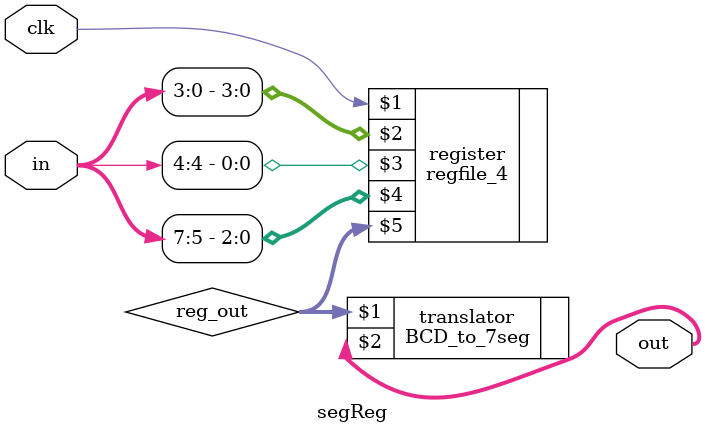
<source format=v>

/* Seven Segment Display Register File

	Inputs:
	clk     = clock signal
	in[3:0] = data in
	in[4]   = load signal
	in[7:5] = address
	
	Output:
	out = seven segment display code
	
	Data inputs are BCD, output is for negative 7segment display
	Data is read when load is 0, and data is written when load is 1
	There are 8 registers that can each hold a 4 bit BCD number

*/

module segReg (clk, in, out);

	input clk;
	input [7:0] in;
	
	wire [3:0] reg_out;
	
	output [7:0] out;
	
	
	regfile_4 register (clk, in[3:0], in[4], in[7:5], reg_out); 
	
	BCD_to_7seg translator (reg_out, out);

endmodule
</source>
